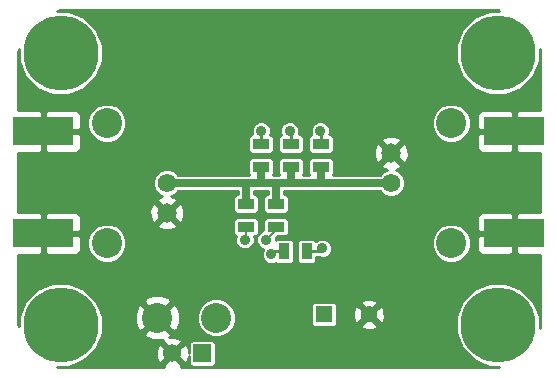
<source format=gbl>
G04 (created by PCBNEW (2013-07-07 BZR 4022)-stable) date 11/2/2014 12:28:19 PM*
%MOIN*%
G04 Gerber Fmt 3.4, Leading zero omitted, Abs format*
%FSLAX34Y34*%
G01*
G70*
G90*
G04 APERTURE LIST*
%ADD10C,0.00590551*%
%ADD11R,0.055X0.035*%
%ADD12R,0.055X0.055*%
%ADD13C,0.055*%
%ADD14C,0.1*%
%ADD15C,0.25*%
%ADD16R,0.2X0.095*%
%ADD17C,0.062*%
%ADD18C,0.065*%
%ADD19R,0.035X0.055*%
%ADD20R,0.06X0.06*%
%ADD21C,0.06*%
%ADD22C,0.035*%
%ADD23C,0.008*%
%ADD24C,0.01*%
%ADD25C,0.025*%
G04 APERTURE END LIST*
G54D10*
G54D11*
X8750Y-7375D03*
X8750Y-6625D03*
X7750Y-7375D03*
X7750Y-6625D03*
X10250Y-4625D03*
X10250Y-5375D03*
X9250Y-4625D03*
X9250Y-5375D03*
X8250Y-4625D03*
X8250Y-5375D03*
G54D12*
X10350Y-10300D03*
G54D13*
X11850Y-10300D03*
G54D14*
X6771Y-10405D03*
X4803Y-10405D03*
G54D15*
X1574Y-10641D03*
X16141Y-1586D03*
X1574Y-1586D03*
G54D16*
X1000Y-4200D03*
X1000Y-7600D03*
G54D17*
X5118Y-5917D03*
G54D18*
X5118Y-6917D03*
G54D14*
X3118Y-7917D03*
X3118Y-3917D03*
G54D16*
X16700Y-4200D03*
X16700Y-7600D03*
G54D15*
X16141Y-10641D03*
G54D17*
X12598Y-5917D03*
G54D18*
X12598Y-4917D03*
G54D14*
X14598Y-3917D03*
X14598Y-7917D03*
G54D19*
X9025Y-8200D03*
X9775Y-8200D03*
G54D20*
X6300Y-11600D03*
G54D21*
X5300Y-11600D03*
G54D22*
X7480Y-11811D03*
X1000Y-8500D03*
X1000Y-3300D03*
X16700Y-8400D03*
X16700Y-3400D03*
X6200Y-7200D03*
X10629Y-7098D03*
X6929Y-4027D03*
X8425Y-7807D03*
X7716Y-7807D03*
X10300Y-8100D03*
X10236Y-4185D03*
X9212Y-4185D03*
X8267Y-4185D03*
X8600Y-8300D03*
G54D23*
X8750Y-7482D02*
X8750Y-7375D01*
X8425Y-7807D02*
X8750Y-7482D01*
X7750Y-7773D02*
X7750Y-7375D01*
X7716Y-7807D02*
X7750Y-7773D01*
G54D24*
X10200Y-8200D02*
X9775Y-8200D01*
X10300Y-8100D02*
X10200Y-8200D01*
G54D25*
X7750Y-6625D02*
X7750Y-5917D01*
X8750Y-6625D02*
X8750Y-5917D01*
X8250Y-5375D02*
X8250Y-5917D01*
X9250Y-5375D02*
X9250Y-5917D01*
X10250Y-5375D02*
X10250Y-5917D01*
X5118Y-5917D02*
X7750Y-5917D01*
X7750Y-5917D02*
X8250Y-5917D01*
X8250Y-5917D02*
X8750Y-5917D01*
X8750Y-5917D02*
X9250Y-5917D01*
X9250Y-5917D02*
X10250Y-5917D01*
X10250Y-5917D02*
X12598Y-5917D01*
G54D24*
X10250Y-4198D02*
X10250Y-4625D01*
X10236Y-4185D02*
X10250Y-4198D01*
X9250Y-4222D02*
X9250Y-4625D01*
X9212Y-4185D02*
X9250Y-4222D01*
X8250Y-4625D02*
X8250Y-4202D01*
X8250Y-4202D02*
X8267Y-4185D01*
X8700Y-8200D02*
X9025Y-8200D01*
X8600Y-8300D02*
X8700Y-8200D01*
G54D10*
G36*
X17566Y-10629D02*
X17545Y-10735D01*
X17541Y-10739D01*
X17541Y-10364D01*
X17329Y-9849D01*
X16935Y-9455D01*
X16650Y-9336D01*
X16650Y-8262D01*
X16650Y-7650D01*
X16650Y-7550D01*
X16650Y-6937D01*
X16650Y-4862D01*
X16650Y-4250D01*
X16650Y-4150D01*
X16650Y-3537D01*
X16587Y-3475D01*
X15650Y-3474D01*
X15558Y-3512D01*
X15488Y-3583D01*
X15450Y-3675D01*
X15449Y-3774D01*
X15450Y-4087D01*
X15512Y-4150D01*
X16650Y-4150D01*
X16650Y-4250D01*
X15512Y-4250D01*
X15450Y-4312D01*
X15449Y-4625D01*
X15450Y-4724D01*
X15488Y-4816D01*
X15558Y-4887D01*
X15650Y-4925D01*
X16587Y-4925D01*
X16650Y-4862D01*
X16650Y-6937D01*
X16587Y-6875D01*
X15650Y-6874D01*
X15558Y-6912D01*
X15488Y-6983D01*
X15450Y-7075D01*
X15449Y-7174D01*
X15450Y-7487D01*
X15512Y-7550D01*
X16650Y-7550D01*
X16650Y-7650D01*
X15512Y-7650D01*
X15450Y-7712D01*
X15449Y-8025D01*
X15450Y-8124D01*
X15488Y-8216D01*
X15558Y-8287D01*
X15650Y-8325D01*
X16587Y-8325D01*
X16650Y-8262D01*
X16650Y-9336D01*
X16421Y-9241D01*
X15864Y-9241D01*
X15349Y-9454D01*
X15248Y-9555D01*
X15248Y-7788D01*
X15248Y-3788D01*
X15149Y-3549D01*
X14967Y-3366D01*
X14728Y-3267D01*
X14469Y-3267D01*
X14230Y-3365D01*
X14047Y-3548D01*
X13948Y-3787D01*
X13948Y-4046D01*
X14047Y-4285D01*
X14229Y-4468D01*
X14468Y-4567D01*
X14727Y-4567D01*
X14966Y-4468D01*
X15149Y-4285D01*
X15248Y-4047D01*
X15248Y-3788D01*
X15248Y-7788D01*
X15149Y-7549D01*
X14967Y-7366D01*
X14728Y-7267D01*
X14469Y-7267D01*
X14230Y-7365D01*
X14047Y-7548D01*
X13948Y-7787D01*
X13948Y-8046D01*
X14047Y-8285D01*
X14229Y-8468D01*
X14468Y-8567D01*
X14727Y-8567D01*
X14966Y-8468D01*
X15149Y-8285D01*
X15248Y-8047D01*
X15248Y-7788D01*
X15248Y-9555D01*
X14955Y-9847D01*
X14741Y-10362D01*
X14741Y-10918D01*
X14954Y-11433D01*
X15347Y-11827D01*
X15862Y-12041D01*
X16174Y-12041D01*
X16153Y-12061D01*
X16126Y-12066D01*
X13178Y-12066D01*
X13178Y-5005D01*
X13167Y-4776D01*
X13100Y-4614D01*
X13002Y-4584D01*
X12931Y-4654D01*
X12931Y-4513D01*
X12901Y-4415D01*
X12686Y-4337D01*
X12457Y-4348D01*
X12295Y-4415D01*
X12265Y-4513D01*
X12598Y-4846D01*
X12931Y-4513D01*
X12931Y-4654D01*
X12669Y-4917D01*
X13002Y-5250D01*
X13100Y-5220D01*
X13178Y-5005D01*
X13178Y-12066D01*
X13058Y-12066D01*
X13058Y-5826D01*
X12988Y-5657D01*
X12859Y-5527D01*
X12749Y-5482D01*
X12901Y-5419D01*
X12931Y-5321D01*
X12598Y-4988D01*
X12527Y-5058D01*
X12527Y-4917D01*
X12194Y-4584D01*
X12096Y-4614D01*
X12018Y-4829D01*
X12029Y-5058D01*
X12096Y-5220D01*
X12194Y-5250D01*
X12527Y-4917D01*
X12527Y-5058D01*
X12265Y-5321D01*
X12295Y-5419D01*
X12457Y-5477D01*
X12338Y-5527D01*
X12222Y-5642D01*
X10644Y-5642D01*
X10652Y-5635D01*
X10674Y-5579D01*
X10675Y-5520D01*
X10675Y-5170D01*
X10675Y-4770D01*
X10675Y-4420D01*
X10652Y-4365D01*
X10610Y-4322D01*
X10554Y-4300D01*
X10540Y-4300D01*
X10561Y-4249D01*
X10561Y-4120D01*
X10511Y-4001D01*
X10420Y-3909D01*
X10301Y-3860D01*
X10171Y-3859D01*
X10052Y-3909D01*
X9960Y-4000D01*
X9911Y-4120D01*
X9911Y-4249D01*
X9933Y-4304D01*
X9890Y-4322D01*
X9847Y-4364D01*
X9825Y-4420D01*
X9824Y-4479D01*
X9824Y-4829D01*
X9847Y-4884D01*
X9889Y-4927D01*
X9945Y-4949D01*
X10004Y-4950D01*
X10554Y-4950D01*
X10609Y-4927D01*
X10652Y-4885D01*
X10674Y-4829D01*
X10675Y-4770D01*
X10675Y-5170D01*
X10652Y-5115D01*
X10610Y-5072D01*
X10554Y-5050D01*
X10495Y-5049D01*
X9945Y-5049D01*
X9890Y-5072D01*
X9847Y-5114D01*
X9825Y-5170D01*
X9824Y-5229D01*
X9824Y-5579D01*
X9847Y-5634D01*
X9855Y-5642D01*
X9644Y-5642D01*
X9652Y-5635D01*
X9674Y-5579D01*
X9675Y-5520D01*
X9675Y-5170D01*
X9675Y-4770D01*
X9675Y-4420D01*
X9652Y-4365D01*
X9610Y-4322D01*
X9554Y-4300D01*
X9516Y-4299D01*
X9537Y-4249D01*
X9537Y-4120D01*
X9488Y-4001D01*
X9396Y-3909D01*
X9277Y-3860D01*
X9148Y-3859D01*
X9028Y-3909D01*
X8937Y-4000D01*
X8887Y-4120D01*
X8887Y-4249D01*
X8913Y-4312D01*
X8890Y-4322D01*
X8847Y-4364D01*
X8825Y-4420D01*
X8824Y-4479D01*
X8824Y-4829D01*
X8847Y-4884D01*
X8889Y-4927D01*
X8945Y-4949D01*
X9004Y-4950D01*
X9554Y-4950D01*
X9609Y-4927D01*
X9652Y-4885D01*
X9674Y-4829D01*
X9675Y-4770D01*
X9675Y-5170D01*
X9652Y-5115D01*
X9610Y-5072D01*
X9554Y-5050D01*
X9495Y-5049D01*
X8945Y-5049D01*
X8890Y-5072D01*
X8847Y-5114D01*
X8825Y-5170D01*
X8824Y-5229D01*
X8824Y-5579D01*
X8847Y-5634D01*
X8855Y-5642D01*
X8750Y-5642D01*
X8644Y-5642D01*
X8652Y-5635D01*
X8674Y-5579D01*
X8675Y-5520D01*
X8675Y-5170D01*
X8675Y-4770D01*
X8675Y-4420D01*
X8652Y-4365D01*
X8610Y-4322D01*
X8569Y-4306D01*
X8592Y-4249D01*
X8592Y-4120D01*
X8543Y-4001D01*
X8452Y-3909D01*
X8332Y-3860D01*
X8203Y-3859D01*
X8083Y-3909D01*
X7992Y-4000D01*
X7942Y-4120D01*
X7942Y-4249D01*
X7963Y-4299D01*
X7945Y-4299D01*
X7890Y-4322D01*
X7847Y-4364D01*
X7825Y-4420D01*
X7824Y-4479D01*
X7824Y-4829D01*
X7847Y-4884D01*
X7889Y-4927D01*
X7945Y-4949D01*
X8004Y-4950D01*
X8554Y-4950D01*
X8609Y-4927D01*
X8652Y-4885D01*
X8674Y-4829D01*
X8675Y-4770D01*
X8675Y-5170D01*
X8652Y-5115D01*
X8610Y-5072D01*
X8554Y-5050D01*
X8495Y-5049D01*
X7945Y-5049D01*
X7890Y-5072D01*
X7847Y-5114D01*
X7825Y-5170D01*
X7824Y-5229D01*
X7824Y-5579D01*
X7847Y-5634D01*
X7855Y-5642D01*
X7750Y-5642D01*
X5493Y-5642D01*
X5379Y-5527D01*
X5210Y-5457D01*
X5027Y-5457D01*
X4857Y-5527D01*
X4728Y-5656D01*
X4658Y-5825D01*
X4658Y-6008D01*
X4727Y-6177D01*
X4857Y-6307D01*
X4966Y-6352D01*
X4815Y-6415D01*
X4784Y-6513D01*
X5118Y-6846D01*
X5451Y-6513D01*
X5421Y-6415D01*
X5258Y-6356D01*
X5378Y-6307D01*
X5493Y-6192D01*
X7475Y-6192D01*
X7475Y-6299D01*
X7445Y-6299D01*
X7390Y-6322D01*
X7347Y-6364D01*
X7325Y-6420D01*
X7324Y-6479D01*
X7324Y-6829D01*
X7347Y-6884D01*
X7389Y-6927D01*
X7445Y-6949D01*
X7504Y-6950D01*
X8054Y-6950D01*
X8109Y-6927D01*
X8152Y-6885D01*
X8174Y-6829D01*
X8175Y-6770D01*
X8175Y-6420D01*
X8152Y-6365D01*
X8110Y-6322D01*
X8054Y-6300D01*
X8025Y-6299D01*
X8025Y-6192D01*
X8250Y-6192D01*
X8475Y-6192D01*
X8475Y-6299D01*
X8445Y-6299D01*
X8390Y-6322D01*
X8347Y-6364D01*
X8325Y-6420D01*
X8324Y-6479D01*
X8324Y-6829D01*
X8347Y-6884D01*
X8389Y-6927D01*
X8445Y-6949D01*
X8504Y-6950D01*
X9054Y-6950D01*
X9109Y-6927D01*
X9152Y-6885D01*
X9174Y-6829D01*
X9175Y-6770D01*
X9175Y-6420D01*
X9152Y-6365D01*
X9110Y-6322D01*
X9054Y-6300D01*
X9025Y-6299D01*
X9025Y-6192D01*
X9250Y-6192D01*
X10250Y-6192D01*
X12222Y-6192D01*
X12337Y-6307D01*
X12506Y-6377D01*
X12689Y-6377D01*
X12858Y-6307D01*
X12988Y-6178D01*
X13058Y-6009D01*
X13058Y-5826D01*
X13058Y-12066D01*
X12379Y-12066D01*
X12379Y-10375D01*
X12368Y-10167D01*
X12310Y-10027D01*
X12217Y-10002D01*
X12147Y-10073D01*
X12147Y-9932D01*
X12122Y-9839D01*
X11925Y-9770D01*
X11717Y-9781D01*
X11577Y-9839D01*
X11552Y-9932D01*
X11850Y-10229D01*
X12147Y-9932D01*
X12147Y-10073D01*
X11920Y-10300D01*
X12217Y-10597D01*
X12310Y-10572D01*
X12379Y-10375D01*
X12379Y-12066D01*
X12147Y-12066D01*
X12147Y-10667D01*
X11850Y-10370D01*
X11779Y-10441D01*
X11779Y-10300D01*
X11482Y-10002D01*
X11389Y-10027D01*
X11320Y-10224D01*
X11331Y-10432D01*
X11389Y-10572D01*
X11482Y-10597D01*
X11779Y-10300D01*
X11779Y-10441D01*
X11552Y-10667D01*
X11577Y-10760D01*
X11774Y-10829D01*
X11982Y-10818D01*
X12122Y-10760D01*
X12147Y-10667D01*
X12147Y-12066D01*
X10775Y-12066D01*
X10775Y-10545D01*
X10775Y-9995D01*
X10752Y-9940D01*
X10710Y-9897D01*
X10654Y-9875D01*
X10625Y-9874D01*
X10625Y-8035D01*
X10575Y-7916D01*
X10484Y-7824D01*
X10364Y-7775D01*
X10235Y-7774D01*
X10116Y-7824D01*
X10083Y-7856D01*
X10077Y-7840D01*
X10035Y-7797D01*
X9979Y-7775D01*
X9920Y-7774D01*
X9570Y-7774D01*
X9515Y-7797D01*
X9472Y-7839D01*
X9450Y-7895D01*
X9449Y-7954D01*
X9449Y-8504D01*
X9472Y-8559D01*
X9514Y-8602D01*
X9570Y-8624D01*
X9629Y-8625D01*
X9979Y-8625D01*
X10034Y-8602D01*
X10077Y-8560D01*
X10099Y-8504D01*
X10100Y-8445D01*
X10100Y-8400D01*
X10174Y-8400D01*
X10235Y-8424D01*
X10364Y-8425D01*
X10483Y-8375D01*
X10575Y-8284D01*
X10624Y-8164D01*
X10625Y-8035D01*
X10625Y-9874D01*
X10595Y-9874D01*
X10045Y-9874D01*
X9990Y-9897D01*
X9947Y-9939D01*
X9925Y-9995D01*
X9924Y-10054D01*
X9924Y-10604D01*
X9947Y-10659D01*
X9989Y-10702D01*
X10045Y-10724D01*
X10104Y-10725D01*
X10654Y-10725D01*
X10709Y-10702D01*
X10752Y-10660D01*
X10774Y-10604D01*
X10775Y-10545D01*
X10775Y-12066D01*
X9350Y-12066D01*
X9350Y-8445D01*
X9350Y-7895D01*
X9327Y-7840D01*
X9285Y-7797D01*
X9229Y-7775D01*
X9170Y-7774D01*
X8820Y-7774D01*
X8765Y-7797D01*
X8750Y-7812D01*
X8750Y-7750D01*
X8800Y-7700D01*
X9054Y-7700D01*
X9109Y-7677D01*
X9152Y-7635D01*
X9174Y-7579D01*
X9175Y-7520D01*
X9175Y-7170D01*
X9152Y-7115D01*
X9110Y-7072D01*
X9054Y-7050D01*
X8995Y-7049D01*
X8445Y-7049D01*
X8390Y-7072D01*
X8347Y-7114D01*
X8325Y-7170D01*
X8324Y-7229D01*
X8324Y-7496D01*
X8241Y-7531D01*
X8162Y-7610D01*
X8174Y-7579D01*
X8175Y-7520D01*
X8175Y-7170D01*
X8152Y-7115D01*
X8110Y-7072D01*
X8054Y-7050D01*
X7995Y-7049D01*
X7445Y-7049D01*
X7390Y-7072D01*
X7347Y-7114D01*
X7325Y-7170D01*
X7324Y-7229D01*
X7324Y-7579D01*
X7347Y-7634D01*
X7389Y-7677D01*
X7414Y-7687D01*
X7391Y-7742D01*
X7391Y-7871D01*
X7440Y-7990D01*
X7532Y-8082D01*
X7651Y-8132D01*
X7780Y-8132D01*
X7900Y-8082D01*
X7991Y-7991D01*
X8041Y-7872D01*
X8041Y-7742D01*
X8023Y-7700D01*
X8054Y-7700D01*
X8109Y-7677D01*
X8139Y-7647D01*
X8100Y-7742D01*
X8100Y-7871D01*
X8149Y-7990D01*
X8240Y-8082D01*
X8324Y-8117D01*
X8275Y-8235D01*
X8274Y-8364D01*
X8324Y-8483D01*
X8415Y-8575D01*
X8535Y-8624D01*
X8664Y-8625D01*
X8751Y-8588D01*
X8764Y-8602D01*
X8820Y-8624D01*
X8879Y-8625D01*
X9229Y-8625D01*
X9284Y-8602D01*
X9327Y-8560D01*
X9349Y-8504D01*
X9350Y-8445D01*
X9350Y-12066D01*
X7421Y-12066D01*
X7421Y-10276D01*
X7323Y-10037D01*
X7140Y-9854D01*
X6901Y-9755D01*
X6642Y-9755D01*
X6403Y-9854D01*
X6220Y-10036D01*
X6121Y-10275D01*
X6121Y-10534D01*
X6220Y-10773D01*
X6402Y-10956D01*
X6641Y-11055D01*
X6900Y-11055D01*
X7139Y-10956D01*
X7322Y-10774D01*
X7421Y-10535D01*
X7421Y-10276D01*
X7421Y-12066D01*
X6750Y-12066D01*
X6750Y-11870D01*
X6750Y-11270D01*
X6727Y-11215D01*
X6685Y-11172D01*
X6629Y-11150D01*
X6570Y-11149D01*
X5970Y-11149D01*
X5915Y-11172D01*
X5872Y-11214D01*
X5850Y-11270D01*
X5849Y-11329D01*
X5849Y-11585D01*
X5843Y-11463D01*
X5781Y-11312D01*
X5697Y-11288D01*
X5697Y-7005D01*
X5687Y-6776D01*
X5620Y-6614D01*
X5522Y-6584D01*
X5188Y-6917D01*
X5522Y-7250D01*
X5620Y-7220D01*
X5697Y-7005D01*
X5697Y-11288D01*
X5685Y-11284D01*
X5615Y-11355D01*
X5615Y-11214D01*
X5587Y-11118D01*
X5556Y-11107D01*
X5556Y-10535D01*
X5548Y-10236D01*
X5451Y-10001D01*
X5451Y-7321D01*
X5118Y-6988D01*
X5047Y-7058D01*
X5047Y-6917D01*
X4714Y-6584D01*
X4616Y-6614D01*
X4538Y-6829D01*
X4548Y-7058D01*
X4616Y-7220D01*
X4714Y-7250D01*
X5047Y-6917D01*
X5047Y-7058D01*
X4784Y-7321D01*
X4815Y-7419D01*
X5030Y-7496D01*
X5258Y-7486D01*
X5421Y-7419D01*
X5451Y-7321D01*
X5451Y-10001D01*
X5449Y-9997D01*
X5333Y-9945D01*
X5263Y-10016D01*
X5263Y-9874D01*
X5211Y-9758D01*
X4932Y-9651D01*
X4634Y-9659D01*
X4395Y-9758D01*
X4343Y-9874D01*
X4803Y-10334D01*
X5263Y-9874D01*
X5263Y-10016D01*
X4873Y-10405D01*
X5333Y-10865D01*
X5449Y-10813D01*
X5556Y-10535D01*
X5556Y-11107D01*
X5381Y-11045D01*
X5207Y-11053D01*
X5211Y-11052D01*
X5263Y-10936D01*
X4803Y-10476D01*
X4732Y-10546D01*
X4732Y-10405D01*
X4272Y-9945D01*
X4156Y-9997D01*
X4049Y-10275D01*
X4057Y-10574D01*
X4156Y-10813D01*
X4272Y-10865D01*
X4732Y-10405D01*
X4732Y-10546D01*
X4343Y-10936D01*
X4395Y-11052D01*
X4673Y-11159D01*
X4971Y-11151D01*
X5006Y-11136D01*
X4984Y-11214D01*
X5300Y-11529D01*
X5615Y-11214D01*
X5615Y-11355D01*
X5370Y-11600D01*
X5685Y-11915D01*
X5781Y-11887D01*
X5849Y-11695D01*
X5849Y-11929D01*
X5872Y-11984D01*
X5914Y-12027D01*
X5970Y-12049D01*
X6029Y-12050D01*
X6629Y-12050D01*
X6684Y-12027D01*
X6727Y-11985D01*
X6749Y-11929D01*
X6750Y-11870D01*
X6750Y-12066D01*
X5591Y-12066D01*
X5615Y-11985D01*
X5300Y-11670D01*
X5229Y-11741D01*
X5229Y-11600D01*
X4914Y-11284D01*
X4818Y-11312D01*
X4745Y-11518D01*
X4756Y-11736D01*
X4818Y-11887D01*
X4914Y-11915D01*
X5229Y-11600D01*
X5229Y-11741D01*
X4984Y-11985D01*
X5008Y-12066D01*
X3768Y-12066D01*
X3768Y-7788D01*
X3768Y-3788D01*
X3669Y-3549D01*
X3486Y-3366D01*
X3247Y-3267D01*
X2989Y-3267D01*
X2750Y-3365D01*
X2567Y-3548D01*
X2468Y-3787D01*
X2467Y-4046D01*
X2566Y-4285D01*
X2749Y-4468D01*
X2988Y-4567D01*
X3246Y-4567D01*
X3485Y-4468D01*
X3668Y-4285D01*
X3767Y-4047D01*
X3768Y-3788D01*
X3768Y-7788D01*
X3669Y-7549D01*
X3486Y-7366D01*
X3247Y-7267D01*
X2989Y-7267D01*
X2750Y-7365D01*
X2567Y-7548D01*
X2468Y-7787D01*
X2467Y-8046D01*
X2566Y-8285D01*
X2749Y-8468D01*
X2988Y-8567D01*
X3246Y-8567D01*
X3485Y-8468D01*
X3668Y-8285D01*
X3767Y-8047D01*
X3768Y-7788D01*
X3768Y-12066D01*
X1586Y-12066D01*
X1460Y-12041D01*
X1852Y-12041D01*
X2366Y-11829D01*
X2760Y-11435D01*
X2974Y-10921D01*
X2975Y-10364D01*
X2762Y-9849D01*
X2368Y-9455D01*
X2250Y-9406D01*
X2250Y-8025D01*
X2250Y-7174D01*
X2250Y-4625D01*
X2250Y-3774D01*
X2249Y-3675D01*
X2211Y-3583D01*
X2141Y-3512D01*
X2049Y-3474D01*
X1112Y-3475D01*
X1050Y-3537D01*
X1050Y-4150D01*
X2187Y-4150D01*
X2250Y-4087D01*
X2250Y-3774D01*
X2250Y-4625D01*
X2250Y-4312D01*
X2187Y-4250D01*
X1050Y-4250D01*
X1050Y-4862D01*
X1112Y-4925D01*
X2049Y-4925D01*
X2141Y-4887D01*
X2211Y-4816D01*
X2249Y-4724D01*
X2250Y-4625D01*
X2250Y-7174D01*
X2249Y-7075D01*
X2211Y-6983D01*
X2141Y-6912D01*
X2049Y-6874D01*
X1112Y-6875D01*
X1050Y-6937D01*
X1050Y-7550D01*
X2187Y-7550D01*
X2250Y-7487D01*
X2250Y-7174D01*
X2250Y-8025D01*
X2250Y-7712D01*
X2187Y-7650D01*
X1050Y-7650D01*
X1050Y-8262D01*
X1112Y-8325D01*
X2049Y-8325D01*
X2141Y-8287D01*
X2211Y-8216D01*
X2249Y-8124D01*
X2250Y-8025D01*
X2250Y-9406D01*
X1854Y-9241D01*
X1297Y-9241D01*
X782Y-9454D01*
X388Y-9847D01*
X175Y-10362D01*
X174Y-10681D01*
X156Y-10661D01*
X149Y-10626D01*
X149Y-8325D01*
X887Y-8325D01*
X950Y-8262D01*
X950Y-7650D01*
X942Y-7650D01*
X942Y-7550D01*
X950Y-7550D01*
X950Y-6937D01*
X887Y-6875D01*
X149Y-6874D01*
X149Y-4925D01*
X887Y-4925D01*
X950Y-4862D01*
X950Y-4250D01*
X942Y-4250D01*
X942Y-4150D01*
X950Y-4150D01*
X950Y-3537D01*
X887Y-3475D01*
X149Y-3474D01*
X149Y-1589D01*
X174Y-1463D01*
X174Y-1863D01*
X387Y-2378D01*
X780Y-2772D01*
X1295Y-2986D01*
X1852Y-2986D01*
X2366Y-2774D01*
X2760Y-2380D01*
X2974Y-1866D01*
X2975Y-1309D01*
X2762Y-794D01*
X2368Y-400D01*
X1854Y-186D01*
X1452Y-186D01*
X1466Y-173D01*
X1586Y-149D01*
X16126Y-149D01*
X16154Y-155D01*
X16191Y-186D01*
X15864Y-186D01*
X15349Y-399D01*
X14955Y-792D01*
X14741Y-1306D01*
X14741Y-1863D01*
X14954Y-2378D01*
X15347Y-2772D01*
X15862Y-2986D01*
X16418Y-2986D01*
X16933Y-2774D01*
X17327Y-2380D01*
X17541Y-1866D01*
X17541Y-1461D01*
X17566Y-1586D01*
X17566Y-3474D01*
X16812Y-3475D01*
X16750Y-3537D01*
X16750Y-4150D01*
X16757Y-4150D01*
X16757Y-4250D01*
X16750Y-4250D01*
X16750Y-4862D01*
X16812Y-4925D01*
X17566Y-4925D01*
X17566Y-6874D01*
X16812Y-6875D01*
X16750Y-6937D01*
X16750Y-7550D01*
X16757Y-7550D01*
X16757Y-7650D01*
X16750Y-7650D01*
X16750Y-8262D01*
X16812Y-8325D01*
X17566Y-8325D01*
X17566Y-10629D01*
X17566Y-10629D01*
G37*
G54D24*
X17566Y-10629D02*
X17545Y-10735D01*
X17541Y-10739D01*
X17541Y-10364D01*
X17329Y-9849D01*
X16935Y-9455D01*
X16650Y-9336D01*
X16650Y-8262D01*
X16650Y-7650D01*
X16650Y-7550D01*
X16650Y-6937D01*
X16650Y-4862D01*
X16650Y-4250D01*
X16650Y-4150D01*
X16650Y-3537D01*
X16587Y-3475D01*
X15650Y-3474D01*
X15558Y-3512D01*
X15488Y-3583D01*
X15450Y-3675D01*
X15449Y-3774D01*
X15450Y-4087D01*
X15512Y-4150D01*
X16650Y-4150D01*
X16650Y-4250D01*
X15512Y-4250D01*
X15450Y-4312D01*
X15449Y-4625D01*
X15450Y-4724D01*
X15488Y-4816D01*
X15558Y-4887D01*
X15650Y-4925D01*
X16587Y-4925D01*
X16650Y-4862D01*
X16650Y-6937D01*
X16587Y-6875D01*
X15650Y-6874D01*
X15558Y-6912D01*
X15488Y-6983D01*
X15450Y-7075D01*
X15449Y-7174D01*
X15450Y-7487D01*
X15512Y-7550D01*
X16650Y-7550D01*
X16650Y-7650D01*
X15512Y-7650D01*
X15450Y-7712D01*
X15449Y-8025D01*
X15450Y-8124D01*
X15488Y-8216D01*
X15558Y-8287D01*
X15650Y-8325D01*
X16587Y-8325D01*
X16650Y-8262D01*
X16650Y-9336D01*
X16421Y-9241D01*
X15864Y-9241D01*
X15349Y-9454D01*
X15248Y-9555D01*
X15248Y-7788D01*
X15248Y-3788D01*
X15149Y-3549D01*
X14967Y-3366D01*
X14728Y-3267D01*
X14469Y-3267D01*
X14230Y-3365D01*
X14047Y-3548D01*
X13948Y-3787D01*
X13948Y-4046D01*
X14047Y-4285D01*
X14229Y-4468D01*
X14468Y-4567D01*
X14727Y-4567D01*
X14966Y-4468D01*
X15149Y-4285D01*
X15248Y-4047D01*
X15248Y-3788D01*
X15248Y-7788D01*
X15149Y-7549D01*
X14967Y-7366D01*
X14728Y-7267D01*
X14469Y-7267D01*
X14230Y-7365D01*
X14047Y-7548D01*
X13948Y-7787D01*
X13948Y-8046D01*
X14047Y-8285D01*
X14229Y-8468D01*
X14468Y-8567D01*
X14727Y-8567D01*
X14966Y-8468D01*
X15149Y-8285D01*
X15248Y-8047D01*
X15248Y-7788D01*
X15248Y-9555D01*
X14955Y-9847D01*
X14741Y-10362D01*
X14741Y-10918D01*
X14954Y-11433D01*
X15347Y-11827D01*
X15862Y-12041D01*
X16174Y-12041D01*
X16153Y-12061D01*
X16126Y-12066D01*
X13178Y-12066D01*
X13178Y-5005D01*
X13167Y-4776D01*
X13100Y-4614D01*
X13002Y-4584D01*
X12931Y-4654D01*
X12931Y-4513D01*
X12901Y-4415D01*
X12686Y-4337D01*
X12457Y-4348D01*
X12295Y-4415D01*
X12265Y-4513D01*
X12598Y-4846D01*
X12931Y-4513D01*
X12931Y-4654D01*
X12669Y-4917D01*
X13002Y-5250D01*
X13100Y-5220D01*
X13178Y-5005D01*
X13178Y-12066D01*
X13058Y-12066D01*
X13058Y-5826D01*
X12988Y-5657D01*
X12859Y-5527D01*
X12749Y-5482D01*
X12901Y-5419D01*
X12931Y-5321D01*
X12598Y-4988D01*
X12527Y-5058D01*
X12527Y-4917D01*
X12194Y-4584D01*
X12096Y-4614D01*
X12018Y-4829D01*
X12029Y-5058D01*
X12096Y-5220D01*
X12194Y-5250D01*
X12527Y-4917D01*
X12527Y-5058D01*
X12265Y-5321D01*
X12295Y-5419D01*
X12457Y-5477D01*
X12338Y-5527D01*
X12222Y-5642D01*
X10644Y-5642D01*
X10652Y-5635D01*
X10674Y-5579D01*
X10675Y-5520D01*
X10675Y-5170D01*
X10675Y-4770D01*
X10675Y-4420D01*
X10652Y-4365D01*
X10610Y-4322D01*
X10554Y-4300D01*
X10540Y-4300D01*
X10561Y-4249D01*
X10561Y-4120D01*
X10511Y-4001D01*
X10420Y-3909D01*
X10301Y-3860D01*
X10171Y-3859D01*
X10052Y-3909D01*
X9960Y-4000D01*
X9911Y-4120D01*
X9911Y-4249D01*
X9933Y-4304D01*
X9890Y-4322D01*
X9847Y-4364D01*
X9825Y-4420D01*
X9824Y-4479D01*
X9824Y-4829D01*
X9847Y-4884D01*
X9889Y-4927D01*
X9945Y-4949D01*
X10004Y-4950D01*
X10554Y-4950D01*
X10609Y-4927D01*
X10652Y-4885D01*
X10674Y-4829D01*
X10675Y-4770D01*
X10675Y-5170D01*
X10652Y-5115D01*
X10610Y-5072D01*
X10554Y-5050D01*
X10495Y-5049D01*
X9945Y-5049D01*
X9890Y-5072D01*
X9847Y-5114D01*
X9825Y-5170D01*
X9824Y-5229D01*
X9824Y-5579D01*
X9847Y-5634D01*
X9855Y-5642D01*
X9644Y-5642D01*
X9652Y-5635D01*
X9674Y-5579D01*
X9675Y-5520D01*
X9675Y-5170D01*
X9675Y-4770D01*
X9675Y-4420D01*
X9652Y-4365D01*
X9610Y-4322D01*
X9554Y-4300D01*
X9516Y-4299D01*
X9537Y-4249D01*
X9537Y-4120D01*
X9488Y-4001D01*
X9396Y-3909D01*
X9277Y-3860D01*
X9148Y-3859D01*
X9028Y-3909D01*
X8937Y-4000D01*
X8887Y-4120D01*
X8887Y-4249D01*
X8913Y-4312D01*
X8890Y-4322D01*
X8847Y-4364D01*
X8825Y-4420D01*
X8824Y-4479D01*
X8824Y-4829D01*
X8847Y-4884D01*
X8889Y-4927D01*
X8945Y-4949D01*
X9004Y-4950D01*
X9554Y-4950D01*
X9609Y-4927D01*
X9652Y-4885D01*
X9674Y-4829D01*
X9675Y-4770D01*
X9675Y-5170D01*
X9652Y-5115D01*
X9610Y-5072D01*
X9554Y-5050D01*
X9495Y-5049D01*
X8945Y-5049D01*
X8890Y-5072D01*
X8847Y-5114D01*
X8825Y-5170D01*
X8824Y-5229D01*
X8824Y-5579D01*
X8847Y-5634D01*
X8855Y-5642D01*
X8750Y-5642D01*
X8644Y-5642D01*
X8652Y-5635D01*
X8674Y-5579D01*
X8675Y-5520D01*
X8675Y-5170D01*
X8675Y-4770D01*
X8675Y-4420D01*
X8652Y-4365D01*
X8610Y-4322D01*
X8569Y-4306D01*
X8592Y-4249D01*
X8592Y-4120D01*
X8543Y-4001D01*
X8452Y-3909D01*
X8332Y-3860D01*
X8203Y-3859D01*
X8083Y-3909D01*
X7992Y-4000D01*
X7942Y-4120D01*
X7942Y-4249D01*
X7963Y-4299D01*
X7945Y-4299D01*
X7890Y-4322D01*
X7847Y-4364D01*
X7825Y-4420D01*
X7824Y-4479D01*
X7824Y-4829D01*
X7847Y-4884D01*
X7889Y-4927D01*
X7945Y-4949D01*
X8004Y-4950D01*
X8554Y-4950D01*
X8609Y-4927D01*
X8652Y-4885D01*
X8674Y-4829D01*
X8675Y-4770D01*
X8675Y-5170D01*
X8652Y-5115D01*
X8610Y-5072D01*
X8554Y-5050D01*
X8495Y-5049D01*
X7945Y-5049D01*
X7890Y-5072D01*
X7847Y-5114D01*
X7825Y-5170D01*
X7824Y-5229D01*
X7824Y-5579D01*
X7847Y-5634D01*
X7855Y-5642D01*
X7750Y-5642D01*
X5493Y-5642D01*
X5379Y-5527D01*
X5210Y-5457D01*
X5027Y-5457D01*
X4857Y-5527D01*
X4728Y-5656D01*
X4658Y-5825D01*
X4658Y-6008D01*
X4727Y-6177D01*
X4857Y-6307D01*
X4966Y-6352D01*
X4815Y-6415D01*
X4784Y-6513D01*
X5118Y-6846D01*
X5451Y-6513D01*
X5421Y-6415D01*
X5258Y-6356D01*
X5378Y-6307D01*
X5493Y-6192D01*
X7475Y-6192D01*
X7475Y-6299D01*
X7445Y-6299D01*
X7390Y-6322D01*
X7347Y-6364D01*
X7325Y-6420D01*
X7324Y-6479D01*
X7324Y-6829D01*
X7347Y-6884D01*
X7389Y-6927D01*
X7445Y-6949D01*
X7504Y-6950D01*
X8054Y-6950D01*
X8109Y-6927D01*
X8152Y-6885D01*
X8174Y-6829D01*
X8175Y-6770D01*
X8175Y-6420D01*
X8152Y-6365D01*
X8110Y-6322D01*
X8054Y-6300D01*
X8025Y-6299D01*
X8025Y-6192D01*
X8250Y-6192D01*
X8475Y-6192D01*
X8475Y-6299D01*
X8445Y-6299D01*
X8390Y-6322D01*
X8347Y-6364D01*
X8325Y-6420D01*
X8324Y-6479D01*
X8324Y-6829D01*
X8347Y-6884D01*
X8389Y-6927D01*
X8445Y-6949D01*
X8504Y-6950D01*
X9054Y-6950D01*
X9109Y-6927D01*
X9152Y-6885D01*
X9174Y-6829D01*
X9175Y-6770D01*
X9175Y-6420D01*
X9152Y-6365D01*
X9110Y-6322D01*
X9054Y-6300D01*
X9025Y-6299D01*
X9025Y-6192D01*
X9250Y-6192D01*
X10250Y-6192D01*
X12222Y-6192D01*
X12337Y-6307D01*
X12506Y-6377D01*
X12689Y-6377D01*
X12858Y-6307D01*
X12988Y-6178D01*
X13058Y-6009D01*
X13058Y-5826D01*
X13058Y-12066D01*
X12379Y-12066D01*
X12379Y-10375D01*
X12368Y-10167D01*
X12310Y-10027D01*
X12217Y-10002D01*
X12147Y-10073D01*
X12147Y-9932D01*
X12122Y-9839D01*
X11925Y-9770D01*
X11717Y-9781D01*
X11577Y-9839D01*
X11552Y-9932D01*
X11850Y-10229D01*
X12147Y-9932D01*
X12147Y-10073D01*
X11920Y-10300D01*
X12217Y-10597D01*
X12310Y-10572D01*
X12379Y-10375D01*
X12379Y-12066D01*
X12147Y-12066D01*
X12147Y-10667D01*
X11850Y-10370D01*
X11779Y-10441D01*
X11779Y-10300D01*
X11482Y-10002D01*
X11389Y-10027D01*
X11320Y-10224D01*
X11331Y-10432D01*
X11389Y-10572D01*
X11482Y-10597D01*
X11779Y-10300D01*
X11779Y-10441D01*
X11552Y-10667D01*
X11577Y-10760D01*
X11774Y-10829D01*
X11982Y-10818D01*
X12122Y-10760D01*
X12147Y-10667D01*
X12147Y-12066D01*
X10775Y-12066D01*
X10775Y-10545D01*
X10775Y-9995D01*
X10752Y-9940D01*
X10710Y-9897D01*
X10654Y-9875D01*
X10625Y-9874D01*
X10625Y-8035D01*
X10575Y-7916D01*
X10484Y-7824D01*
X10364Y-7775D01*
X10235Y-7774D01*
X10116Y-7824D01*
X10083Y-7856D01*
X10077Y-7840D01*
X10035Y-7797D01*
X9979Y-7775D01*
X9920Y-7774D01*
X9570Y-7774D01*
X9515Y-7797D01*
X9472Y-7839D01*
X9450Y-7895D01*
X9449Y-7954D01*
X9449Y-8504D01*
X9472Y-8559D01*
X9514Y-8602D01*
X9570Y-8624D01*
X9629Y-8625D01*
X9979Y-8625D01*
X10034Y-8602D01*
X10077Y-8560D01*
X10099Y-8504D01*
X10100Y-8445D01*
X10100Y-8400D01*
X10174Y-8400D01*
X10235Y-8424D01*
X10364Y-8425D01*
X10483Y-8375D01*
X10575Y-8284D01*
X10624Y-8164D01*
X10625Y-8035D01*
X10625Y-9874D01*
X10595Y-9874D01*
X10045Y-9874D01*
X9990Y-9897D01*
X9947Y-9939D01*
X9925Y-9995D01*
X9924Y-10054D01*
X9924Y-10604D01*
X9947Y-10659D01*
X9989Y-10702D01*
X10045Y-10724D01*
X10104Y-10725D01*
X10654Y-10725D01*
X10709Y-10702D01*
X10752Y-10660D01*
X10774Y-10604D01*
X10775Y-10545D01*
X10775Y-12066D01*
X9350Y-12066D01*
X9350Y-8445D01*
X9350Y-7895D01*
X9327Y-7840D01*
X9285Y-7797D01*
X9229Y-7775D01*
X9170Y-7774D01*
X8820Y-7774D01*
X8765Y-7797D01*
X8750Y-7812D01*
X8750Y-7750D01*
X8800Y-7700D01*
X9054Y-7700D01*
X9109Y-7677D01*
X9152Y-7635D01*
X9174Y-7579D01*
X9175Y-7520D01*
X9175Y-7170D01*
X9152Y-7115D01*
X9110Y-7072D01*
X9054Y-7050D01*
X8995Y-7049D01*
X8445Y-7049D01*
X8390Y-7072D01*
X8347Y-7114D01*
X8325Y-7170D01*
X8324Y-7229D01*
X8324Y-7496D01*
X8241Y-7531D01*
X8162Y-7610D01*
X8174Y-7579D01*
X8175Y-7520D01*
X8175Y-7170D01*
X8152Y-7115D01*
X8110Y-7072D01*
X8054Y-7050D01*
X7995Y-7049D01*
X7445Y-7049D01*
X7390Y-7072D01*
X7347Y-7114D01*
X7325Y-7170D01*
X7324Y-7229D01*
X7324Y-7579D01*
X7347Y-7634D01*
X7389Y-7677D01*
X7414Y-7687D01*
X7391Y-7742D01*
X7391Y-7871D01*
X7440Y-7990D01*
X7532Y-8082D01*
X7651Y-8132D01*
X7780Y-8132D01*
X7900Y-8082D01*
X7991Y-7991D01*
X8041Y-7872D01*
X8041Y-7742D01*
X8023Y-7700D01*
X8054Y-7700D01*
X8109Y-7677D01*
X8139Y-7647D01*
X8100Y-7742D01*
X8100Y-7871D01*
X8149Y-7990D01*
X8240Y-8082D01*
X8324Y-8117D01*
X8275Y-8235D01*
X8274Y-8364D01*
X8324Y-8483D01*
X8415Y-8575D01*
X8535Y-8624D01*
X8664Y-8625D01*
X8751Y-8588D01*
X8764Y-8602D01*
X8820Y-8624D01*
X8879Y-8625D01*
X9229Y-8625D01*
X9284Y-8602D01*
X9327Y-8560D01*
X9349Y-8504D01*
X9350Y-8445D01*
X9350Y-12066D01*
X7421Y-12066D01*
X7421Y-10276D01*
X7323Y-10037D01*
X7140Y-9854D01*
X6901Y-9755D01*
X6642Y-9755D01*
X6403Y-9854D01*
X6220Y-10036D01*
X6121Y-10275D01*
X6121Y-10534D01*
X6220Y-10773D01*
X6402Y-10956D01*
X6641Y-11055D01*
X6900Y-11055D01*
X7139Y-10956D01*
X7322Y-10774D01*
X7421Y-10535D01*
X7421Y-10276D01*
X7421Y-12066D01*
X6750Y-12066D01*
X6750Y-11870D01*
X6750Y-11270D01*
X6727Y-11215D01*
X6685Y-11172D01*
X6629Y-11150D01*
X6570Y-11149D01*
X5970Y-11149D01*
X5915Y-11172D01*
X5872Y-11214D01*
X5850Y-11270D01*
X5849Y-11329D01*
X5849Y-11585D01*
X5843Y-11463D01*
X5781Y-11312D01*
X5697Y-11288D01*
X5697Y-7005D01*
X5687Y-6776D01*
X5620Y-6614D01*
X5522Y-6584D01*
X5188Y-6917D01*
X5522Y-7250D01*
X5620Y-7220D01*
X5697Y-7005D01*
X5697Y-11288D01*
X5685Y-11284D01*
X5615Y-11355D01*
X5615Y-11214D01*
X5587Y-11118D01*
X5556Y-11107D01*
X5556Y-10535D01*
X5548Y-10236D01*
X5451Y-10001D01*
X5451Y-7321D01*
X5118Y-6988D01*
X5047Y-7058D01*
X5047Y-6917D01*
X4714Y-6584D01*
X4616Y-6614D01*
X4538Y-6829D01*
X4548Y-7058D01*
X4616Y-7220D01*
X4714Y-7250D01*
X5047Y-6917D01*
X5047Y-7058D01*
X4784Y-7321D01*
X4815Y-7419D01*
X5030Y-7496D01*
X5258Y-7486D01*
X5421Y-7419D01*
X5451Y-7321D01*
X5451Y-10001D01*
X5449Y-9997D01*
X5333Y-9945D01*
X5263Y-10016D01*
X5263Y-9874D01*
X5211Y-9758D01*
X4932Y-9651D01*
X4634Y-9659D01*
X4395Y-9758D01*
X4343Y-9874D01*
X4803Y-10334D01*
X5263Y-9874D01*
X5263Y-10016D01*
X4873Y-10405D01*
X5333Y-10865D01*
X5449Y-10813D01*
X5556Y-10535D01*
X5556Y-11107D01*
X5381Y-11045D01*
X5207Y-11053D01*
X5211Y-11052D01*
X5263Y-10936D01*
X4803Y-10476D01*
X4732Y-10546D01*
X4732Y-10405D01*
X4272Y-9945D01*
X4156Y-9997D01*
X4049Y-10275D01*
X4057Y-10574D01*
X4156Y-10813D01*
X4272Y-10865D01*
X4732Y-10405D01*
X4732Y-10546D01*
X4343Y-10936D01*
X4395Y-11052D01*
X4673Y-11159D01*
X4971Y-11151D01*
X5006Y-11136D01*
X4984Y-11214D01*
X5300Y-11529D01*
X5615Y-11214D01*
X5615Y-11355D01*
X5370Y-11600D01*
X5685Y-11915D01*
X5781Y-11887D01*
X5849Y-11695D01*
X5849Y-11929D01*
X5872Y-11984D01*
X5914Y-12027D01*
X5970Y-12049D01*
X6029Y-12050D01*
X6629Y-12050D01*
X6684Y-12027D01*
X6727Y-11985D01*
X6749Y-11929D01*
X6750Y-11870D01*
X6750Y-12066D01*
X5591Y-12066D01*
X5615Y-11985D01*
X5300Y-11670D01*
X5229Y-11741D01*
X5229Y-11600D01*
X4914Y-11284D01*
X4818Y-11312D01*
X4745Y-11518D01*
X4756Y-11736D01*
X4818Y-11887D01*
X4914Y-11915D01*
X5229Y-11600D01*
X5229Y-11741D01*
X4984Y-11985D01*
X5008Y-12066D01*
X3768Y-12066D01*
X3768Y-7788D01*
X3768Y-3788D01*
X3669Y-3549D01*
X3486Y-3366D01*
X3247Y-3267D01*
X2989Y-3267D01*
X2750Y-3365D01*
X2567Y-3548D01*
X2468Y-3787D01*
X2467Y-4046D01*
X2566Y-4285D01*
X2749Y-4468D01*
X2988Y-4567D01*
X3246Y-4567D01*
X3485Y-4468D01*
X3668Y-4285D01*
X3767Y-4047D01*
X3768Y-3788D01*
X3768Y-7788D01*
X3669Y-7549D01*
X3486Y-7366D01*
X3247Y-7267D01*
X2989Y-7267D01*
X2750Y-7365D01*
X2567Y-7548D01*
X2468Y-7787D01*
X2467Y-8046D01*
X2566Y-8285D01*
X2749Y-8468D01*
X2988Y-8567D01*
X3246Y-8567D01*
X3485Y-8468D01*
X3668Y-8285D01*
X3767Y-8047D01*
X3768Y-7788D01*
X3768Y-12066D01*
X1586Y-12066D01*
X1460Y-12041D01*
X1852Y-12041D01*
X2366Y-11829D01*
X2760Y-11435D01*
X2974Y-10921D01*
X2975Y-10364D01*
X2762Y-9849D01*
X2368Y-9455D01*
X2250Y-9406D01*
X2250Y-8025D01*
X2250Y-7174D01*
X2250Y-4625D01*
X2250Y-3774D01*
X2249Y-3675D01*
X2211Y-3583D01*
X2141Y-3512D01*
X2049Y-3474D01*
X1112Y-3475D01*
X1050Y-3537D01*
X1050Y-4150D01*
X2187Y-4150D01*
X2250Y-4087D01*
X2250Y-3774D01*
X2250Y-4625D01*
X2250Y-4312D01*
X2187Y-4250D01*
X1050Y-4250D01*
X1050Y-4862D01*
X1112Y-4925D01*
X2049Y-4925D01*
X2141Y-4887D01*
X2211Y-4816D01*
X2249Y-4724D01*
X2250Y-4625D01*
X2250Y-7174D01*
X2249Y-7075D01*
X2211Y-6983D01*
X2141Y-6912D01*
X2049Y-6874D01*
X1112Y-6875D01*
X1050Y-6937D01*
X1050Y-7550D01*
X2187Y-7550D01*
X2250Y-7487D01*
X2250Y-7174D01*
X2250Y-8025D01*
X2250Y-7712D01*
X2187Y-7650D01*
X1050Y-7650D01*
X1050Y-8262D01*
X1112Y-8325D01*
X2049Y-8325D01*
X2141Y-8287D01*
X2211Y-8216D01*
X2249Y-8124D01*
X2250Y-8025D01*
X2250Y-9406D01*
X1854Y-9241D01*
X1297Y-9241D01*
X782Y-9454D01*
X388Y-9847D01*
X175Y-10362D01*
X174Y-10681D01*
X156Y-10661D01*
X149Y-10626D01*
X149Y-8325D01*
X887Y-8325D01*
X950Y-8262D01*
X950Y-7650D01*
X942Y-7650D01*
X942Y-7550D01*
X950Y-7550D01*
X950Y-6937D01*
X887Y-6875D01*
X149Y-6874D01*
X149Y-4925D01*
X887Y-4925D01*
X950Y-4862D01*
X950Y-4250D01*
X942Y-4250D01*
X942Y-4150D01*
X950Y-4150D01*
X950Y-3537D01*
X887Y-3475D01*
X149Y-3474D01*
X149Y-1589D01*
X174Y-1463D01*
X174Y-1863D01*
X387Y-2378D01*
X780Y-2772D01*
X1295Y-2986D01*
X1852Y-2986D01*
X2366Y-2774D01*
X2760Y-2380D01*
X2974Y-1866D01*
X2975Y-1309D01*
X2762Y-794D01*
X2368Y-400D01*
X1854Y-186D01*
X1452Y-186D01*
X1466Y-173D01*
X1586Y-149D01*
X16126Y-149D01*
X16154Y-155D01*
X16191Y-186D01*
X15864Y-186D01*
X15349Y-399D01*
X14955Y-792D01*
X14741Y-1306D01*
X14741Y-1863D01*
X14954Y-2378D01*
X15347Y-2772D01*
X15862Y-2986D01*
X16418Y-2986D01*
X16933Y-2774D01*
X17327Y-2380D01*
X17541Y-1866D01*
X17541Y-1461D01*
X17566Y-1586D01*
X17566Y-3474D01*
X16812Y-3475D01*
X16750Y-3537D01*
X16750Y-4150D01*
X16757Y-4150D01*
X16757Y-4250D01*
X16750Y-4250D01*
X16750Y-4862D01*
X16812Y-4925D01*
X17566Y-4925D01*
X17566Y-6874D01*
X16812Y-6875D01*
X16750Y-6937D01*
X16750Y-7550D01*
X16757Y-7550D01*
X16757Y-7650D01*
X16750Y-7650D01*
X16750Y-8262D01*
X16812Y-8325D01*
X17566Y-8325D01*
X17566Y-10629D01*
M02*

</source>
